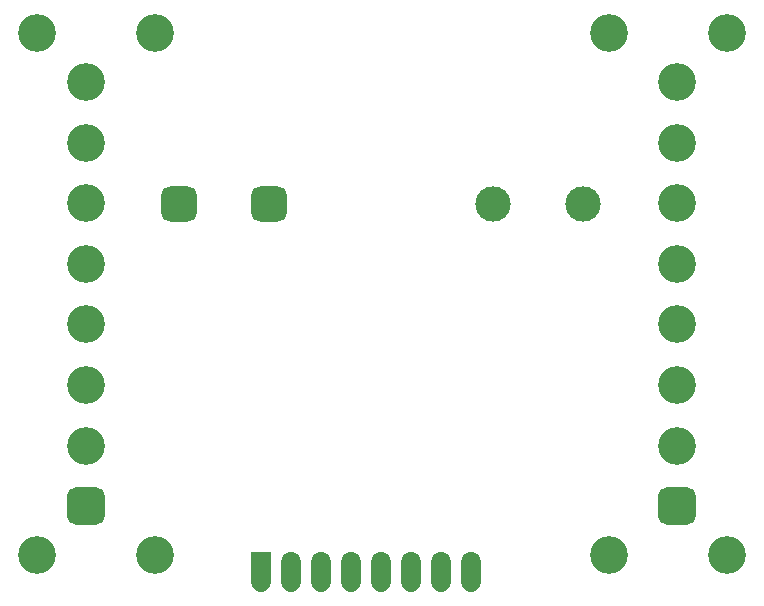
<source format=gts>
G04 #@! TF.GenerationSoftware,KiCad,Pcbnew,8.0.2*
G04 #@! TF.CreationDate,2024-05-30T20:37:43+12:00*
G04 #@! TF.ProjectId,PDP-FUSE,5044502d-4655-4534-952e-6b696361645f,rev?*
G04 #@! TF.SameCoordinates,Original*
G04 #@! TF.FileFunction,Soldermask,Top*
G04 #@! TF.FilePolarity,Negative*
%FSLAX46Y46*%
G04 Gerber Fmt 4.6, Leading zero omitted, Abs format (unit mm)*
G04 Created by KiCad (PCBNEW 8.0.2) date 2024-05-30 20:37:43*
%MOMM*%
%LPD*%
G01*
G04 APERTURE LIST*
G04 Aperture macros list*
%AMRoundRect*
0 Rectangle with rounded corners*
0 $1 Rounding radius*
0 $2 $3 $4 $5 $6 $7 $8 $9 X,Y pos of 4 corners*
0 Add a 4 corners polygon primitive as box body*
4,1,4,$2,$3,$4,$5,$6,$7,$8,$9,$2,$3,0*
0 Add four circle primitives for the rounded corners*
1,1,$1+$1,$2,$3*
1,1,$1+$1,$4,$5*
1,1,$1+$1,$6,$7*
1,1,$1+$1,$8,$9*
0 Add four rect primitives between the rounded corners*
20,1,$1+$1,$2,$3,$4,$5,0*
20,1,$1+$1,$4,$5,$6,$7,0*
20,1,$1+$1,$6,$7,$8,$9,0*
20,1,$1+$1,$8,$9,$2,$3,0*%
G04 Aperture macros list end*
%ADD10C,1.700000*%
%ADD11C,3.200000*%
%ADD12RoundRect,0.800000X0.800000X-0.800000X0.800000X0.800000X-0.800000X0.800000X-0.800000X-0.800000X0*%
%ADD13RoundRect,0.750000X-0.750000X-0.750000X0.750000X-0.750000X0.750000X0.750000X-0.750000X0.750000X0*%
%ADD14C,3.000000*%
%ADD15R,1.700000X1.700000*%
%ADD16O,1.700000X1.700000*%
G04 APERTURE END LIST*
D10*
X144080000Y-134341000D02*
X144080000Y-132690000D01*
X146620000Y-134341000D02*
X146620000Y-132690000D01*
X131380000Y-134341000D02*
X131380000Y-132690000D01*
X136460000Y-134341000D02*
X136460000Y-132690000D01*
X141540000Y-134341000D02*
X141540000Y-132690000D01*
X139000000Y-134341000D02*
X139000000Y-132690000D01*
X128840000Y-134341000D02*
X128840000Y-132690000D01*
X133920000Y-134341000D02*
X133920000Y-132690000D01*
D11*
X109855000Y-87910000D03*
X168275000Y-132080000D03*
X158275000Y-87910000D03*
X158275000Y-132080000D03*
X119855000Y-132080000D03*
X119855000Y-87910000D03*
X109855000Y-132080000D03*
D12*
X114000000Y-127955000D03*
D11*
X114000000Y-122825000D03*
X114000000Y-117695000D03*
X114000000Y-112565000D03*
X114000000Y-107435000D03*
X114000000Y-102305000D03*
X114000000Y-97175000D03*
X114000000Y-92045000D03*
D13*
X121895000Y-102362000D03*
X129515000Y-102362000D03*
D14*
X148485000Y-102362000D03*
X156105000Y-102362000D03*
D11*
X168275000Y-87910000D03*
D15*
X128840000Y-132690000D03*
D16*
X131380000Y-132690000D03*
X133920000Y-132690000D03*
X136460000Y-132690000D03*
X139000000Y-132690000D03*
X141540000Y-132690000D03*
X144080000Y-132690000D03*
X146620000Y-132690000D03*
D12*
X164000000Y-127955000D03*
D11*
X164000000Y-122825000D03*
X164000000Y-117695000D03*
X164000000Y-112565000D03*
X164000000Y-107435000D03*
X164000000Y-102305000D03*
X164000000Y-97175000D03*
X164000000Y-92045000D03*
M02*

</source>
